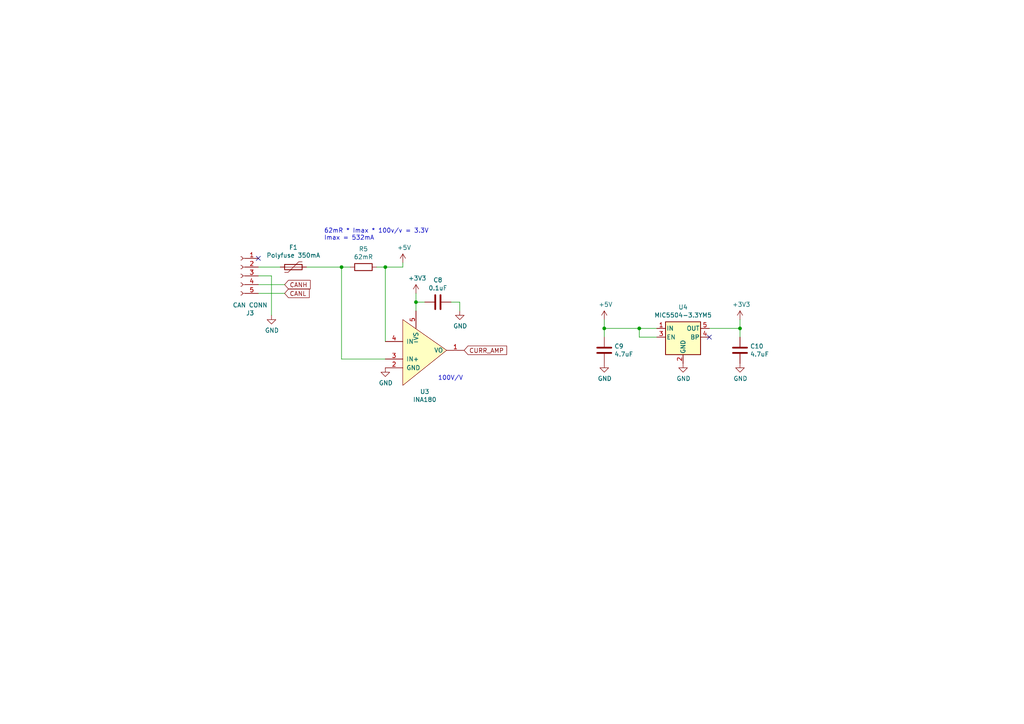
<source format=kicad_sch>
(kicad_sch (version 20211123) (generator eeschema)
  (paper "A4")
  (title_block (title "Power") (date "2022-01-04") (company "Waterloo Rocketry"))
  (lib_symbols
    (symbol "Connector:Conn_01x05_Female" (pin_names (offset 1.016) hide)
      (property "Reference" "J" (at 0 7.62 0))
      (property "Value" "Conn_01x05_Female" (at 0 -7.62 0))
      (symbol "Conn_01x05_Female_1_1"
        (arc (start 0 -4.572) (mid -0.508 -5.08) (end 0 -5.588) (stroke (width 0.1524)))
        (arc (start 0 -2.032) (mid -0.508 -2.54) (end 0 -3.048) (stroke (width 0.1524)))
        (polyline (pts (xy -1.27 -5.08) (xy -0.508 -5.08)) (stroke (width 0.1524)))
        (polyline (pts (xy -1.27 -2.54) (xy -0.508 -2.54)) (stroke (width 0.1524)))
        (polyline (pts (xy -1.27 0) (xy -0.508 0)) (stroke (width 0.1524)))
        (polyline (pts (xy -1.27 2.54) (xy -0.508 2.54)) (stroke (width 0.1524)))
        (polyline (pts (xy -1.27 5.08) (xy -0.508 5.08)) (stroke (width 0.1524)))
        (arc (start 0 0.508) (mid -0.508 0) (end 0 -0.508) (stroke (width 0.1524)))
        (arc (start 0 3.048) (mid -0.508 2.54) (end 0 2.032) (stroke (width 0.1524)))
        (arc (start 0 5.588) (mid -0.508 5.08) (end 0 4.572) (stroke (width 0.1524)))
        (pin passive line (at -5.08 5.08 0) (length 3.81) (name "Pin_1") (number "1"))
        (pin passive line (at -5.08 2.54 0) (length 3.81) (name "Pin_2") (number "2"))
        (pin passive line (at -5.08 0 0) (length 3.81) (name "Pin_3") (number "3"))
        (pin passive line (at -5.08 -2.54 0) (length 3.81) (name "Pin_4") (number "4"))
        (pin passive line (at -5.08 -5.08 0) (length 3.81) (name "Pin_5") (number "5"))
      )
    )
    (symbol "Device:C" (pin_numbers hide) (pin_names (offset 0.254))
      (property "Reference" "C" (at 0.635 2.54 0))
      (property "Value" "C" (at 0.635 -2.54 0))
      (symbol "C_0_1"
        (polyline (pts (xy -2.032 -0.762) (xy 2.032 -0.762)) (stroke (width 0.508)))
        (polyline (pts (xy -2.032 0.762) (xy 2.032 0.762)) (stroke (width 0.508)))
      )
      (symbol "C_1_1"
        (pin passive line (at 0 3.81 270) (length 2.794) (name "~") (number "1"))
        (pin passive line (at 0 -3.81 90) (length 2.794) (name "~") (number "2"))
      )
    )
    (symbol "Device:Polyfuse" (pin_numbers hide) (pin_names (offset 0))
      (property "Reference" "F" (at -2.54 0 90))
      (property "Value" "Polyfuse" (at 2.54 0 90))
      (symbol "Polyfuse_0_1"
        (rectangle (start -0.762 2.54) (end 0.762 -2.54) (stroke (width 0.254)))
        (polyline (pts (xy 0 2.54) (xy 0 -2.54)))
        (polyline (pts (xy -1.524 2.54) (xy -1.524 1.524) (xy 1.524 -1.524) (xy 1.524 -2.54)))
      )
      (symbol "Polyfuse_1_1"
        (pin passive line (at 0 3.81 270) (length 1.27) (name "~") (number "1"))
        (pin passive line (at 0 -3.81 90) (length 1.27) (name "~") (number "2"))
      )
    )
    (symbol "Device:R" (pin_numbers hide) (pin_names (offset 0))
      (property "Reference" "R" (at 2.032 0 90))
      (property "Value" "R" (at 0 0 90))
      (symbol "R_0_1"
        (rectangle (start -1.016 -2.54) (end 1.016 2.54) (stroke (width 0.254)))
      )
      (symbol "R_1_1"
        (pin passive line (at 0 3.81 270) (length 1.27) (name "~") (number "1"))
        (pin passive line (at 0 -3.81 90) (length 1.27) (name "~") (number "2"))
      )
    )
    (symbol "Regulator_Linear:SPX3819M5-L-3-3" (pin_names (offset 0.254))
      (property "Reference" "U" (at -3.81 5.715 0))
      (property "Value" "SPX3819M5-L-3-3" (at 0 5.715 0))
      (symbol "SPX3819M5-L-3-3_0_1"
        (rectangle (start -5.08 4.445) (end 5.08 -5.08) (stroke (width 0.254)) (fill (type background)))
      )
      (symbol "SPX3819M5-L-3-3_1_1"
        (pin power_in line (at -7.62 2.54 0) (length 2.54) (name "IN") (number "1"))
        (pin power_in line (at 0 -7.62 90) (length 2.54) (name "GND") (number "2"))
        (pin input line (at -7.62 0 0) (length 2.54) (name "EN") (number "3"))
        (pin input line (at 7.62 0 180) (length 2.54) (name "BP") (number "4"))
        (pin power_out line (at 7.62 2.54 180) (length 2.54) (name "OUT") (number "5"))
      )
    )
    (symbol "canhw:INA180" (pin_names (offset 1.016))
      (property "Reference" "U" (at -5.08 13.97 0))
      (property "Value" "INA180" (at -11.43 15.24 0))
      (symbol "INA180_0_1"
        (polyline (pts (xy 5.08 0) (xy -7.62 8.89)))
        (polyline (pts (xy -7.62 8.89) (xy -7.62 -10.16) (xy 5.08 0)) (fill (type background)))
      )
      (symbol "INA180_1_1"
        (pin output line (at 10.16 0 180) (length 5.08) (name "VO") (number "1"))
        (pin power_in line (at -12.7 -5.08 0) (length 5.08) (name "GND") (number "2"))
        (pin input line (at -12.7 -2.54 0) (length 5.08) (name "IN+") (number "3"))
        (pin input line (at -12.7 2.54 0) (length 5.08) (name "IN-") (number "4"))
        (pin power_in line (at -3.81 11.43 270) (length 5.08) (name "VS") (number "5"))
      )
    )
    (symbol "logger-rescue:+3.3V-power" (power) (pin_names (offset 0))
      (property "Value" "+3.3V-power" (at 0 3.556 0))
      (symbol "+3.3V-power_0_1"
        (polyline (pts (xy -0.762 1.27) (xy 0 2.54)))
        (polyline (pts (xy 0 0) (xy 0 2.54)))
        (polyline (pts (xy 0 2.54) (xy 0.762 1.27)))
      )
      (symbol "+3.3V-power_1_1"
        (pin power_in line (at 0 0 90) (length 0) hide (name "+3V3") (number "1"))
      )
    )
    (symbol "power:+5V" (power) (pin_names (offset 0))
      (property "Value" "+5V" (at 0 3.556 0))
      (symbol "+5V_0_1"
        (polyline (pts (xy -0.762 1.27) (xy 0 2.54)))
        (polyline (pts (xy 0 0) (xy 0 2.54)))
        (polyline (pts (xy 0 2.54) (xy 0.762 1.27)))
      )
      (symbol "+5V_1_1"
        (pin power_in line (at 0 0 90) (length 0) hide (name "+5V") (number "1"))
      )
    )
    (symbol "power:GND" (power) (pin_names (offset 0))
      (property "Value" "GND" (at 0 -3.81 0))
      (symbol "GND_0_1"
        (polyline (pts (xy 0 0) (xy 0 -1.27) (xy 1.27 -1.27) (xy 0 -2.54) (xy -1.27 -1.27) (xy 0 -1.27)))
      )
      (symbol "GND_1_1"
        (pin power_in line (at 0 0 270) (length 0) hide (name "GND") (number "1"))
      )
    )
  )
  (junction (at 175.26 95.25))
  (junction (at 99.06 77.47))
  (junction (at 214.63 95.25))
  (junction (at 120.65 87.63))
  (junction (at 185.42 95.25))
  (junction (at 111.76 77.47))
  (no_connect (at 74.93 74.93))
  (no_connect (at 205.74 97.79))
  (wire (pts (xy 175.26 95.25) (xy 175.26 97.79)))
  (wire (pts (xy 99.06 77.47) (xy 101.6 77.47)))
  (wire (pts (xy 116.84 76.2) (xy 116.84 77.47)))
  (wire (pts (xy 82.55 82.55) (xy 74.93 82.55)))
  (wire (pts (xy 120.65 90.17) (xy 120.65 87.63)))
  (wire (pts (xy 74.93 80.01) (xy 78.74 80.01)))
  (wire (pts (xy 99.06 77.47) (xy 99.06 104.14)))
  (wire (pts (xy 111.76 77.47) (xy 116.84 77.47)))
  (wire (pts (xy 120.65 87.63) (xy 120.65 85.09)))
  (wire (pts (xy 214.63 95.25) (xy 214.63 97.79)))
  (wire (pts (xy 185.42 95.25) (xy 190.5 95.25)))
  (wire (pts (xy 88.9 77.47) (xy 99.06 77.47)))
  (wire (pts (xy 99.06 104.14) (xy 111.76 104.14)))
  (wire (pts (xy 175.26 92.71) (xy 175.26 95.25)))
  (wire (pts (xy 214.63 92.71) (xy 214.63 95.25)))
  (wire (pts (xy 109.22 77.47) (xy 111.76 77.47)))
  (wire (pts (xy 130.81 87.63) (xy 133.35 87.63)))
  (wire (pts (xy 175.26 95.25) (xy 185.42 95.25)))
  (wire (pts (xy 120.65 87.63) (xy 123.19 87.63)))
  (wire (pts (xy 185.42 97.79) (xy 190.5 97.79)))
  (wire (pts (xy 81.28 77.47) (xy 74.93 77.47)))
  (wire (pts (xy 78.74 91.44) (xy 78.74 80.01)))
  (wire (pts (xy 133.35 87.63) (xy 133.35 90.17)))
  (wire (pts (xy 185.42 97.79) (xy 185.42 95.25)))
  (wire (pts (xy 74.93 85.09) (xy 82.55 85.09)))
  (wire (pts (xy 111.76 77.47) (xy 111.76 99.06)))
  (wire (pts (xy 205.74 95.25) (xy 214.63 95.25)))
  (text "62mR * Imax * 100v/v = 3.3V\nImax = 532mA" (at 93.98 69.85 0) (effects (font (size 1.27 1.27)) (justify left bottom)))
  (text "100V/V" (at 127 110.49 0) (effects (font (size 1.27 1.27)) (justify left bottom)))
  (global_label "CANL" (shape input) (at 82.55 85.09 0) (property "Intersheet References" "${INTERSHEET_REFS}" (effects hide)))
  (global_label "CANH" (shape input) (at 82.55 82.55 0) (property "Intersheet References" "${INTERSHEET_REFS}" (effects hide)))
  (global_label "CURR_AMP" (shape input) (at 134.62 101.6 0) (property "Intersheet References" "${INTERSHEET_REFS}" (effects hide)))
  (symbol (lib_id "canhw:INA180") (at 124.46 101.6 0) (unit 1)
    (property "Reference" "U3" (at 123.19 113.5888 0))
    (property "Value" "INA180" (at 123.19 115.9002 0))
    (property "Footprint" "Package_TO_SOT_SMD:SOT-23-5_HandSoldering" (effects hide))
  )
  (symbol (lib_id "power:GND") (at 111.76 106.68 0) (unit 1)
    (property "Reference" "#PWR023" (effects hide))
    (property "Value" "GND" (at 111.887 111.0742 0))
  )
  (symbol (lib_id "Device:R") (at 105.41 77.47 270) (unit 1)
    (property "Reference" "R5" (at 105.41 72.2122 90))
    (property "Value" "62mR" (at 105.41 74.5236 90))
    (property "Footprint" "Resistor_SMD:R_0805_2012Metric_Pad1.15x1.40mm_HandSolder" (effects hide))
  )
  (symbol (lib_id "Device:C") (at 127 87.63 270) (unit 1)
    (property "Reference" "C8" (at 127 81.2292 90))
    (property "Value" "0.1uF" (at 127 83.5406 90))
    (property "Footprint" "Capacitor_SMD:C_0805_2012Metric_Pad1.15x1.40mm_HandSolder" (effects hide))
  )
  (symbol (lib_id "power:GND") (at 133.35 90.17 0) (unit 1)
    (property "Reference" "#PWR026" (effects hide))
    (property "Value" "GND" (at 133.477 94.5642 0))
  )
  (symbol (lib_id "logger-rescue:+3.3V-power") (at 120.65 85.09 0) (unit 1)
    (property "Value" "+3.3V" (at 121.031 80.6958 0))
  )
  (symbol (lib_id "Regulator_Linear:SPX3819M5-L-3-3") (at 198.12 97.79 0) (unit 1)
    (property "Reference" "U4" (at 198.12 89.1032 0))
    (property "Value" "MIC5504-3.3YM5" (at 198.12 91.4146 0))
    (property "Footprint" "Package_TO_SOT_SMD:SOT-23-5" (effects hide))
    (property "Datasheet" "https://www.exar.com/content/document.ashx?id=22106&languageid=1033&type=Datasheet&partnumber=SPX3819&filename=SPX3819.pdf&part=SPX3819" (effects hide))
  )
  (symbol (lib_id "Device:C") (at 175.26 101.6 180) (unit 1)
    (property "Reference" "C9" (at 178.181 100.4316 0) (effects (justify right)))
    (property "Value" "4.7uF" (at 178.181 102.743 0) (effects (justify right)))
    (property "Footprint" "Capacitor_SMD:C_0805_2012Metric_Pad1.15x1.40mm_HandSolder" (effects hide))
  )
  (symbol (lib_id "Device:C") (at 214.63 101.6 180) (unit 1)
    (property "Reference" "C10" (at 217.551 100.4316 0) (effects (justify right)))
    (property "Value" "4.7uF" (at 217.551 102.743 0) (effects (justify right)))
    (property "Footprint" "Capacitor_SMD:C_0805_2012Metric_Pad1.15x1.40mm_HandSolder" (effects hide))
  )
  (symbol (lib_id "power:+5V") (at 175.26 92.71 0) (unit 1)
    (property "Reference" "#PWR027" (effects hide))
    (property "Value" "+5V" (at 175.641 88.3158 0))
  )
  (symbol (lib_id "power:GND") (at 198.12 105.41 0) (unit 1)
    (property "Reference" "#PWR029" (effects hide))
    (property "Value" "GND" (at 198.247 109.8042 0))
  )
  (symbol (lib_id "power:GND") (at 214.63 105.41 0) (unit 1)
    (property "Reference" "#PWR031" (effects hide))
    (property "Value" "GND" (at 214.757 109.8042 0))
  )
  (symbol (lib_id "power:GND") (at 175.26 105.41 0) (unit 1)
    (property "Reference" "#PWR028" (effects hide))
    (property "Value" "GND" (at 175.387 109.8042 0))
  )
  (symbol (lib_id "logger-rescue:+3.3V-power") (at 214.63 92.71 0) (unit 1)
    (property "Value" "+3.3V" (at 215.011 88.3158 0))
  )
  (symbol (lib_id "power:GND") (at 78.74 91.44 0) (unit 1)
    (property "Reference" "#PWR022" (effects hide))
    (property "Value" "GND" (at 78.867 95.8342 0))
  )
  (symbol (lib_id "Connector:Conn_01x05_Female") (at 69.85 80.01 0) (mirror y) (unit 1)
    (property "Reference" "J3" (at 72.5424 90.805 0))
    (property "Value" "CAN CONN" (at 72.5424 88.4936 0))
    (property "Footprint" "canhw_footprints:connector_Harwin_M80-5000642" (effects hide))
  )
  (symbol (lib_id "power:+5V") (at 116.84 76.2 0) (unit 1)
    (property "Reference" "#PWR024" (effects hide))
    (property "Value" "+5V" (at 117.221 71.8058 0))
  )
  (symbol (lib_id "Device:Polyfuse") (at 85.09 77.47 270) (unit 1)
    (property "Reference" "F1" (at 85.09 71.755 90))
    (property "Value" "Polyfuse 350mA" (at 85.09 74.0664 90))
    (property "Footprint" "Fuse:Fuse_1206_3216Metric_Pad1.42x1.75mm_HandSolder" (effects hide))
  )
)
</source>
